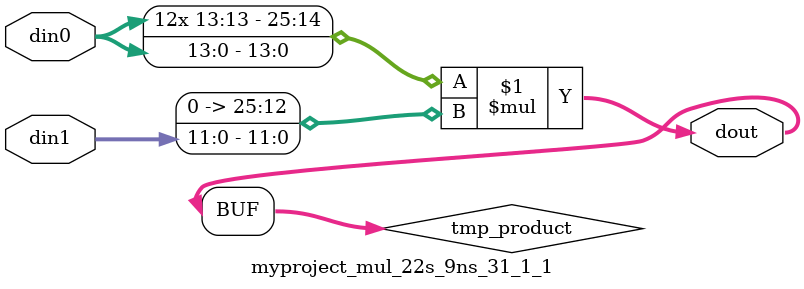
<source format=v>

`timescale 1 ns / 1 ps

  module myproject_mul_22s_9ns_31_1_1(din0, din1, dout);
parameter ID = 1;
parameter NUM_STAGE = 0;
parameter din0_WIDTH = 14;
parameter din1_WIDTH = 12;
parameter dout_WIDTH = 26;

input [din0_WIDTH - 1 : 0] din0; 
input [din1_WIDTH - 1 : 0] din1; 
output [dout_WIDTH - 1 : 0] dout;

wire signed [dout_WIDTH - 1 : 0] tmp_product;












assign tmp_product = $signed(din0) * $signed({1'b0, din1});









assign dout = tmp_product;







endmodule

</source>
